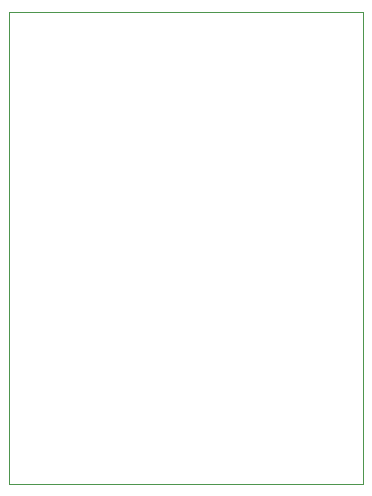
<source format=gbr>
G04*
G04 #@! TF.GenerationSoftware,Altium Limited,Altium Designer,22.4.2 (48)*
G04*
G04 Layer_Color=0*
%FSLAX44Y44*%
%MOMM*%
G71*
G04*
G04 #@! TF.SameCoordinates,805B4EF3-34EF-46CF-B3EC-FB7C4EB053B5*
G04*
G04*
G04 #@! TF.FilePolarity,Positive*
G04*
G01*
G75*
%ADD56C,0.0254*%
D56*
X0Y0D02*
Y400000D01*
X300000D01*
Y0D01*
X0D01*
M02*

</source>
